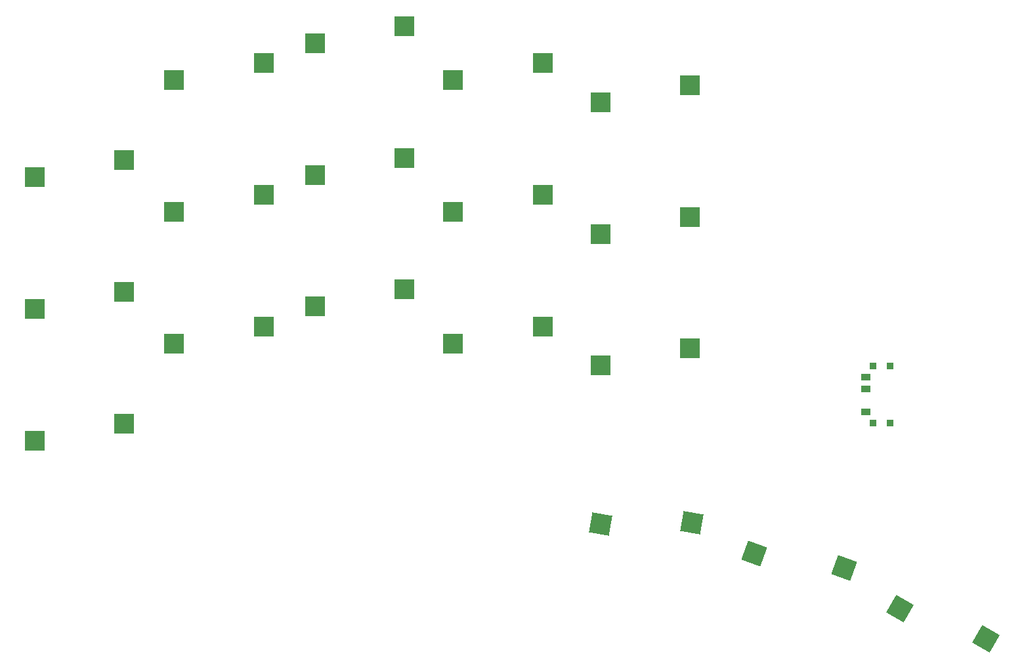
<source format=gbr>
%TF.GenerationSoftware,KiCad,Pcbnew,(6.0.7-1)-1*%
%TF.CreationDate,2022-10-05T14:36:59+03:00*%
%TF.ProjectId,board,626f6172-642e-46b6-9963-61645f706362,v1.0.0*%
%TF.SameCoordinates,Original*%
%TF.FileFunction,Paste,Top*%
%TF.FilePolarity,Positive*%
%FSLAX46Y46*%
G04 Gerber Fmt 4.6, Leading zero omitted, Abs format (unit mm)*
G04 Created by KiCad (PCBNEW (6.0.7-1)-1) date 2022-10-05 14:36:59*
%MOMM*%
%LPD*%
G01*
G04 APERTURE LIST*
G04 Aperture macros list*
%AMRotRect*
0 Rectangle, with rotation*
0 The origin of the aperture is its center*
0 $1 length*
0 $2 width*
0 $3 Rotation angle, in degrees counterclockwise*
0 Add horizontal line*
21,1,$1,$2,0,0,$3*%
G04 Aperture macros list end*
%ADD10R,2.600000X2.600000*%
%ADD11RotRect,2.600000X2.600000X350.000000*%
%ADD12RotRect,2.600000X2.600000X340.000000*%
%ADD13RotRect,2.600000X2.600000X330.000000*%
%ADD14R,1.250000X0.900000*%
%ADD15R,0.900000X0.900000*%
G04 APERTURE END LIST*
D10*
%TO.C,S1*%
X71275000Y55950000D03*
X59725000Y53750000D03*
%TD*%
%TO.C,S3*%
X71275000Y72950000D03*
X59725000Y70750000D03*
%TD*%
%TO.C,S5*%
X71275000Y89950000D03*
X59725000Y87750000D03*
%TD*%
%TO.C,S7*%
X89275000Y68523000D03*
X77725000Y66323000D03*
%TD*%
%TO.C,S9*%
X89275000Y85523000D03*
X77725000Y83323000D03*
%TD*%
%TO.C,S11*%
X89275000Y102523000D03*
X77725000Y100323000D03*
%TD*%
%TO.C,S13*%
X107475000Y73285500D03*
X95925000Y71085500D03*
%TD*%
%TO.C,S15*%
X107475000Y90285500D03*
X95925000Y88085500D03*
%TD*%
%TO.C,S17*%
X107475000Y107285500D03*
X95925000Y105085500D03*
%TD*%
%TO.C,S19*%
X125275000Y68523000D03*
X113725000Y66323000D03*
%TD*%
%TO.C,S21*%
X125275000Y85523000D03*
X113725000Y83323000D03*
%TD*%
%TO.C,S23*%
X125275000Y102523000D03*
X113725000Y100323000D03*
%TD*%
%TO.C,S25*%
X144275000Y65665500D03*
X132725000Y63465500D03*
%TD*%
%TO.C,S27*%
X144275000Y82665500D03*
X132725000Y80465500D03*
%TD*%
%TO.C,S29*%
X144275000Y99665500D03*
X132725000Y97465500D03*
%TD*%
D11*
%TO.C,S31*%
X144524271Y43188773D03*
X132767716Y43027833D03*
%TD*%
D12*
%TO.C,S33*%
X164129997Y37344427D03*
X152524103Y39227436D03*
%TD*%
D13*
%TO.C,S35*%
X182423008Y28184370D03*
X171320415Y32054114D03*
%TD*%
D14*
%TO.C,T1*%
X166925000Y57465500D03*
X166925000Y60465500D03*
X166925000Y61965500D03*
D15*
X170100000Y56015500D03*
X167900000Y56015500D03*
X167900000Y63415500D03*
X170100000Y63415500D03*
%TD*%
M02*

</source>
